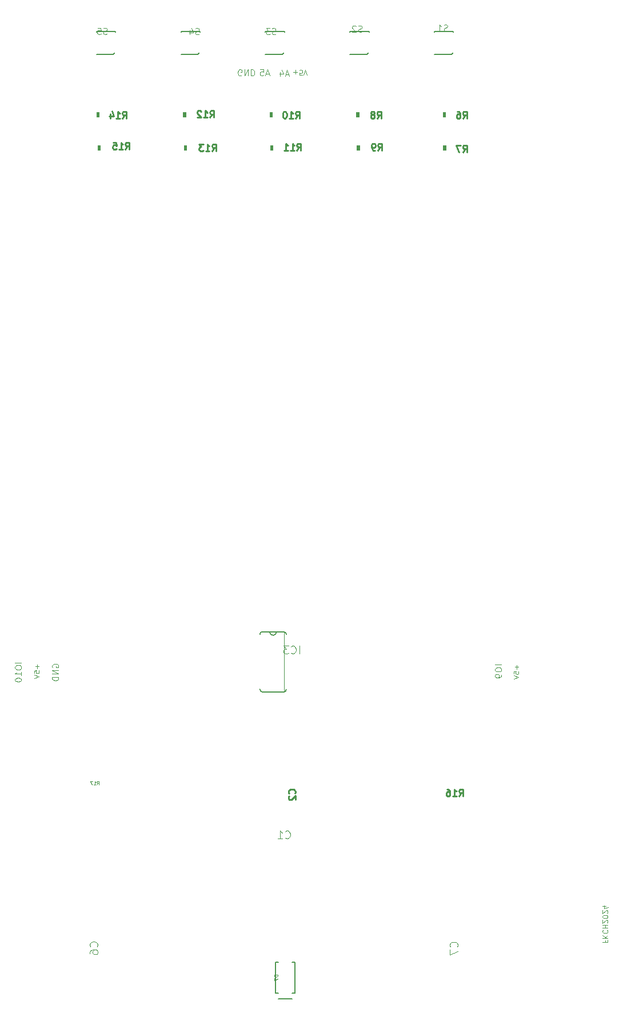
<source format=gbr>
%TF.GenerationSoftware,KiCad,Pcbnew,7.0.7*%
%TF.CreationDate,2024-02-07T22:59:59+08:00*%
%TF.ProjectId,lekirbotv2,6c656b69-7262-46f7-9476-322e6b696361,rev?*%
%TF.SameCoordinates,Original*%
%TF.FileFunction,Legend,Bot*%
%TF.FilePolarity,Positive*%
%FSLAX46Y46*%
G04 Gerber Fmt 4.6, Leading zero omitted, Abs format (unit mm)*
G04 Created by KiCad (PCBNEW 7.0.7) date 2024-02-07 22:59:59*
%MOMM*%
%LPD*%
G01*
G04 APERTURE LIST*
%ADD10C,0.081280*%
%ADD11C,0.065024*%
%ADD12C,0.097536*%
%ADD13C,0.121920*%
%ADD14C,0.250000*%
%ADD15C,0.093472*%
%ADD16C,0.116840*%
%ADD17C,0.114300*%
%ADD18C,0.203200*%
%ADD19C,0.050800*%
%ADD20C,0.152400*%
G04 APERTURE END LIST*
D10*
X55177581Y-131255276D02*
X54242861Y-131255276D01*
X54242861Y-131878423D02*
X54242861Y-132056465D01*
X54242861Y-132056465D02*
X54287371Y-132145486D01*
X54287371Y-132145486D02*
X54376392Y-132234507D01*
X54376392Y-132234507D02*
X54554434Y-132279017D01*
X54554434Y-132279017D02*
X54866008Y-132279017D01*
X54866008Y-132279017D02*
X55044050Y-132234507D01*
X55044050Y-132234507D02*
X55133071Y-132145486D01*
X55133071Y-132145486D02*
X55177581Y-132056465D01*
X55177581Y-132056465D02*
X55177581Y-131878423D01*
X55177581Y-131878423D02*
X55133071Y-131789402D01*
X55133071Y-131789402D02*
X55044050Y-131700381D01*
X55044050Y-131700381D02*
X54866008Y-131655870D01*
X54866008Y-131655870D02*
X54554434Y-131655870D01*
X54554434Y-131655870D02*
X54376392Y-131700381D01*
X54376392Y-131700381D02*
X54287371Y-131789402D01*
X54287371Y-131789402D02*
X54242861Y-131878423D01*
X55177581Y-133169226D02*
X55177581Y-132635100D01*
X55177581Y-132902163D02*
X54242861Y-132902163D01*
X54242861Y-132902163D02*
X54376392Y-132813142D01*
X54376392Y-132813142D02*
X54465413Y-132724121D01*
X54465413Y-132724121D02*
X54509924Y-132635100D01*
X54242861Y-133747863D02*
X54242861Y-133836884D01*
X54242861Y-133836884D02*
X54287371Y-133925905D01*
X54287371Y-133925905D02*
X54331882Y-133970415D01*
X54331882Y-133970415D02*
X54420903Y-134014926D01*
X54420903Y-134014926D02*
X54598945Y-134059436D01*
X54598945Y-134059436D02*
X54821497Y-134059436D01*
X54821497Y-134059436D02*
X54999539Y-134014926D01*
X54999539Y-134014926D02*
X55088560Y-133970415D01*
X55088560Y-133970415D02*
X55133071Y-133925905D01*
X55133071Y-133925905D02*
X55177581Y-133836884D01*
X55177581Y-133836884D02*
X55177581Y-133747863D01*
X55177581Y-133747863D02*
X55133071Y-133658842D01*
X55133071Y-133658842D02*
X55088560Y-133614331D01*
X55088560Y-133614331D02*
X54999539Y-133569821D01*
X54999539Y-133569821D02*
X54821497Y-133525310D01*
X54821497Y-133525310D02*
X54598945Y-133525310D01*
X54598945Y-133525310D02*
X54420903Y-133569821D01*
X54420903Y-133569821D02*
X54331882Y-133614331D01*
X54331882Y-133614331D02*
X54287371Y-133658842D01*
X54287371Y-133658842D02*
X54242861Y-133747863D01*
X67840885Y-38240471D02*
X67707353Y-38284981D01*
X67707353Y-38284981D02*
X67484801Y-38284981D01*
X67484801Y-38284981D02*
X67395780Y-38240471D01*
X67395780Y-38240471D02*
X67351269Y-38195960D01*
X67351269Y-38195960D02*
X67306759Y-38106939D01*
X67306759Y-38106939D02*
X67306759Y-38017918D01*
X67306759Y-38017918D02*
X67351269Y-37928897D01*
X67351269Y-37928897D02*
X67395780Y-37884387D01*
X67395780Y-37884387D02*
X67484801Y-37839876D01*
X67484801Y-37839876D02*
X67662843Y-37795366D01*
X67662843Y-37795366D02*
X67751864Y-37750855D01*
X67751864Y-37750855D02*
X67796374Y-37706345D01*
X67796374Y-37706345D02*
X67840885Y-37617324D01*
X67840885Y-37617324D02*
X67840885Y-37528303D01*
X67840885Y-37528303D02*
X67796374Y-37439282D01*
X67796374Y-37439282D02*
X67751864Y-37394771D01*
X67751864Y-37394771D02*
X67662843Y-37350261D01*
X67662843Y-37350261D02*
X67440290Y-37350261D01*
X67440290Y-37350261D02*
X67306759Y-37394771D01*
X66461059Y-37350261D02*
X66906164Y-37350261D01*
X66906164Y-37350261D02*
X66950675Y-37795366D01*
X66950675Y-37795366D02*
X66906164Y-37750855D01*
X66906164Y-37750855D02*
X66817143Y-37706345D01*
X66817143Y-37706345D02*
X66594591Y-37706345D01*
X66594591Y-37706345D02*
X66505570Y-37750855D01*
X66505570Y-37750855D02*
X66461059Y-37795366D01*
X66461059Y-37795366D02*
X66416549Y-37884387D01*
X66416549Y-37884387D02*
X66416549Y-38106939D01*
X66416549Y-38106939D02*
X66461059Y-38195960D01*
X66461059Y-38195960D02*
X66505570Y-38240471D01*
X66505570Y-38240471D02*
X66594591Y-38284981D01*
X66594591Y-38284981D02*
X66817143Y-38284981D01*
X66817143Y-38284981D02*
X66906164Y-38240471D01*
X66906164Y-38240471D02*
X66950675Y-38195960D01*
X87761040Y-44390828D02*
X87672019Y-44435338D01*
X87672019Y-44435338D02*
X87538488Y-44435338D01*
X87538488Y-44435338D02*
X87404956Y-44390828D01*
X87404956Y-44390828D02*
X87315935Y-44301807D01*
X87315935Y-44301807D02*
X87271425Y-44212786D01*
X87271425Y-44212786D02*
X87226914Y-44034744D01*
X87226914Y-44034744D02*
X87226914Y-43901212D01*
X87226914Y-43901212D02*
X87271425Y-43723170D01*
X87271425Y-43723170D02*
X87315935Y-43634149D01*
X87315935Y-43634149D02*
X87404956Y-43545129D01*
X87404956Y-43545129D02*
X87538488Y-43500618D01*
X87538488Y-43500618D02*
X87627509Y-43500618D01*
X87627509Y-43500618D02*
X87761040Y-43545129D01*
X87761040Y-43545129D02*
X87805551Y-43589639D01*
X87805551Y-43589639D02*
X87805551Y-43901212D01*
X87805551Y-43901212D02*
X87627509Y-43901212D01*
X88206145Y-43500618D02*
X88206145Y-44435338D01*
X88206145Y-44435338D02*
X88740271Y-43500618D01*
X88740271Y-43500618D02*
X88740271Y-44435338D01*
X89185375Y-43500618D02*
X89185375Y-44435338D01*
X89185375Y-44435338D02*
X89407927Y-44435338D01*
X89407927Y-44435338D02*
X89541459Y-44390828D01*
X89541459Y-44390828D02*
X89630480Y-44301807D01*
X89630480Y-44301807D02*
X89674990Y-44212786D01*
X89674990Y-44212786D02*
X89719501Y-44034744D01*
X89719501Y-44034744D02*
X89719501Y-43901212D01*
X89719501Y-43901212D02*
X89674990Y-43723170D01*
X89674990Y-43723170D02*
X89630480Y-43634149D01*
X89630480Y-43634149D02*
X89541459Y-43545129D01*
X89541459Y-43545129D02*
X89407927Y-43500618D01*
X89407927Y-43500618D02*
X89185375Y-43500618D01*
X81479728Y-38316671D02*
X81346196Y-38361181D01*
X81346196Y-38361181D02*
X81123644Y-38361181D01*
X81123644Y-38361181D02*
X81034623Y-38316671D01*
X81034623Y-38316671D02*
X80990112Y-38272160D01*
X80990112Y-38272160D02*
X80945602Y-38183139D01*
X80945602Y-38183139D02*
X80945602Y-38094118D01*
X80945602Y-38094118D02*
X80990112Y-38005097D01*
X80990112Y-38005097D02*
X81034623Y-37960587D01*
X81034623Y-37960587D02*
X81123644Y-37916076D01*
X81123644Y-37916076D02*
X81301686Y-37871566D01*
X81301686Y-37871566D02*
X81390707Y-37827055D01*
X81390707Y-37827055D02*
X81435217Y-37782545D01*
X81435217Y-37782545D02*
X81479728Y-37693524D01*
X81479728Y-37693524D02*
X81479728Y-37604503D01*
X81479728Y-37604503D02*
X81435217Y-37515482D01*
X81435217Y-37515482D02*
X81390707Y-37470971D01*
X81390707Y-37470971D02*
X81301686Y-37426461D01*
X81301686Y-37426461D02*
X81079133Y-37426461D01*
X81079133Y-37426461D02*
X80945602Y-37470971D01*
X80144413Y-37738034D02*
X80144413Y-38361181D01*
X80366965Y-37381951D02*
X80589518Y-38049608D01*
X80589518Y-38049608D02*
X80010881Y-38049608D01*
X118285285Y-37783271D02*
X118151753Y-37827781D01*
X118151753Y-37827781D02*
X117929201Y-37827781D01*
X117929201Y-37827781D02*
X117840180Y-37783271D01*
X117840180Y-37783271D02*
X117795669Y-37738760D01*
X117795669Y-37738760D02*
X117751159Y-37649739D01*
X117751159Y-37649739D02*
X117751159Y-37560718D01*
X117751159Y-37560718D02*
X117795669Y-37471697D01*
X117795669Y-37471697D02*
X117840180Y-37427187D01*
X117840180Y-37427187D02*
X117929201Y-37382676D01*
X117929201Y-37382676D02*
X118107243Y-37338166D01*
X118107243Y-37338166D02*
X118196264Y-37293655D01*
X118196264Y-37293655D02*
X118240774Y-37249145D01*
X118240774Y-37249145D02*
X118285285Y-37160124D01*
X118285285Y-37160124D02*
X118285285Y-37071103D01*
X118285285Y-37071103D02*
X118240774Y-36982082D01*
X118240774Y-36982082D02*
X118196264Y-36937571D01*
X118196264Y-36937571D02*
X118107243Y-36893061D01*
X118107243Y-36893061D02*
X117884690Y-36893061D01*
X117884690Y-36893061D02*
X117751159Y-36937571D01*
X116860949Y-37827781D02*
X117395075Y-37827781D01*
X117128012Y-37827781D02*
X117128012Y-36893061D01*
X117128012Y-36893061D02*
X117217033Y-37026592D01*
X117217033Y-37026592D02*
X117306054Y-37115613D01*
X117306054Y-37115613D02*
X117395075Y-37160124D01*
D11*
X141673889Y-172388218D02*
X141673889Y-172637477D01*
X141282197Y-172637477D02*
X142029973Y-172637477D01*
X142029973Y-172637477D02*
X142029973Y-172281393D01*
X141282197Y-171996526D02*
X142029973Y-171996526D01*
X141282197Y-171569225D02*
X141709498Y-171889700D01*
X142029973Y-171569225D02*
X141602673Y-171996526D01*
X141353414Y-170821449D02*
X141317806Y-170857057D01*
X141317806Y-170857057D02*
X141282197Y-170963883D01*
X141282197Y-170963883D02*
X141282197Y-171035099D01*
X141282197Y-171035099D02*
X141317806Y-171141924D01*
X141317806Y-171141924D02*
X141389022Y-171213141D01*
X141389022Y-171213141D02*
X141460239Y-171248750D01*
X141460239Y-171248750D02*
X141602673Y-171284358D01*
X141602673Y-171284358D02*
X141709498Y-171284358D01*
X141709498Y-171284358D02*
X141851931Y-171248750D01*
X141851931Y-171248750D02*
X141923148Y-171213141D01*
X141923148Y-171213141D02*
X141994365Y-171141924D01*
X141994365Y-171141924D02*
X142029973Y-171035099D01*
X142029973Y-171035099D02*
X142029973Y-170963883D01*
X142029973Y-170963883D02*
X141994365Y-170857057D01*
X141994365Y-170857057D02*
X141958756Y-170821449D01*
X141282197Y-170500974D02*
X142029973Y-170500974D01*
X141673889Y-170500974D02*
X141673889Y-170073673D01*
X141282197Y-170073673D02*
X142029973Y-170073673D01*
X141958756Y-169753198D02*
X141994365Y-169717590D01*
X141994365Y-169717590D02*
X142029973Y-169646373D01*
X142029973Y-169646373D02*
X142029973Y-169468331D01*
X142029973Y-169468331D02*
X141994365Y-169397114D01*
X141994365Y-169397114D02*
X141958756Y-169361506D01*
X141958756Y-169361506D02*
X141887540Y-169325897D01*
X141887540Y-169325897D02*
X141816323Y-169325897D01*
X141816323Y-169325897D02*
X141709498Y-169361506D01*
X141709498Y-169361506D02*
X141282197Y-169788806D01*
X141282197Y-169788806D02*
X141282197Y-169325897D01*
X142029973Y-168862988D02*
X142029973Y-168791771D01*
X142029973Y-168791771D02*
X141994365Y-168720555D01*
X141994365Y-168720555D02*
X141958756Y-168684946D01*
X141958756Y-168684946D02*
X141887540Y-168649338D01*
X141887540Y-168649338D02*
X141745106Y-168613729D01*
X141745106Y-168613729D02*
X141567064Y-168613729D01*
X141567064Y-168613729D02*
X141424631Y-168649338D01*
X141424631Y-168649338D02*
X141353414Y-168684946D01*
X141353414Y-168684946D02*
X141317806Y-168720555D01*
X141317806Y-168720555D02*
X141282197Y-168791771D01*
X141282197Y-168791771D02*
X141282197Y-168862988D01*
X141282197Y-168862988D02*
X141317806Y-168934205D01*
X141317806Y-168934205D02*
X141353414Y-168969813D01*
X141353414Y-168969813D02*
X141424631Y-169005422D01*
X141424631Y-169005422D02*
X141567064Y-169041030D01*
X141567064Y-169041030D02*
X141745106Y-169041030D01*
X141745106Y-169041030D02*
X141887540Y-169005422D01*
X141887540Y-169005422D02*
X141958756Y-168969813D01*
X141958756Y-168969813D02*
X141994365Y-168934205D01*
X141994365Y-168934205D02*
X142029973Y-168862988D01*
X141958756Y-168328862D02*
X141994365Y-168293254D01*
X141994365Y-168293254D02*
X142029973Y-168222037D01*
X142029973Y-168222037D02*
X142029973Y-168043995D01*
X142029973Y-168043995D02*
X141994365Y-167972778D01*
X141994365Y-167972778D02*
X141958756Y-167937170D01*
X141958756Y-167937170D02*
X141887540Y-167901561D01*
X141887540Y-167901561D02*
X141816323Y-167901561D01*
X141816323Y-167901561D02*
X141709498Y-167937170D01*
X141709498Y-167937170D02*
X141282197Y-168364470D01*
X141282197Y-168364470D02*
X141282197Y-167901561D01*
X141780714Y-167260610D02*
X141282197Y-167260610D01*
X142065582Y-167438652D02*
X141531456Y-167616694D01*
X141531456Y-167616694D02*
X141531456Y-167153785D01*
X128551038Y-131631870D02*
X128551038Y-132201605D01*
X128835905Y-131916737D02*
X128266171Y-131916737D01*
X128088129Y-132913772D02*
X128088129Y-132557688D01*
X128088129Y-132557688D02*
X128444213Y-132522080D01*
X128444213Y-132522080D02*
X128408604Y-132557688D01*
X128408604Y-132557688D02*
X128372996Y-132628905D01*
X128372996Y-132628905D02*
X128372996Y-132806947D01*
X128372996Y-132806947D02*
X128408604Y-132878164D01*
X128408604Y-132878164D02*
X128444213Y-132913772D01*
X128444213Y-132913772D02*
X128515429Y-132949381D01*
X128515429Y-132949381D02*
X128693471Y-132949381D01*
X128693471Y-132949381D02*
X128764688Y-132913772D01*
X128764688Y-132913772D02*
X128800297Y-132878164D01*
X128800297Y-132878164D02*
X128835905Y-132806947D01*
X128835905Y-132806947D02*
X128835905Y-132628905D01*
X128835905Y-132628905D02*
X128800297Y-132557688D01*
X128800297Y-132557688D02*
X128764688Y-132522080D01*
X128088129Y-133163031D02*
X128835905Y-133412290D01*
X128835905Y-133412290D02*
X128088129Y-133661549D01*
D10*
X94764885Y-44240918D02*
X94319780Y-44240918D01*
X94853906Y-44507981D02*
X94542332Y-43573261D01*
X94542332Y-43573261D02*
X94230759Y-44507981D01*
X93518591Y-43884834D02*
X93518591Y-44507981D01*
X93741143Y-43528751D02*
X93963696Y-44196408D01*
X93963696Y-44196408D02*
X93385059Y-44196408D01*
D11*
X95471219Y-43888761D02*
X96040954Y-43888761D01*
X95756086Y-43603894D02*
X95756086Y-44173628D01*
X96753121Y-44351670D02*
X96397037Y-44351670D01*
X96397037Y-44351670D02*
X96361429Y-43995586D01*
X96361429Y-43995586D02*
X96397037Y-44031195D01*
X96397037Y-44031195D02*
X96468254Y-44066803D01*
X96468254Y-44066803D02*
X96646296Y-44066803D01*
X96646296Y-44066803D02*
X96717513Y-44031195D01*
X96717513Y-44031195D02*
X96753121Y-43995586D01*
X96753121Y-43995586D02*
X96788730Y-43924370D01*
X96788730Y-43924370D02*
X96788730Y-43746328D01*
X96788730Y-43746328D02*
X96753121Y-43675111D01*
X96753121Y-43675111D02*
X96717513Y-43639503D01*
X96717513Y-43639503D02*
X96646296Y-43603894D01*
X96646296Y-43603894D02*
X96468254Y-43603894D01*
X96468254Y-43603894D02*
X96397037Y-43639503D01*
X96397037Y-43639503D02*
X96361429Y-43675111D01*
X97002380Y-44351670D02*
X97251639Y-43603894D01*
X97251639Y-43603894D02*
X97500898Y-44351670D01*
D10*
X59773771Y-131948091D02*
X59729261Y-131859070D01*
X59729261Y-131859070D02*
X59729261Y-131725539D01*
X59729261Y-131725539D02*
X59773771Y-131592007D01*
X59773771Y-131592007D02*
X59862792Y-131502986D01*
X59862792Y-131502986D02*
X59951813Y-131458476D01*
X59951813Y-131458476D02*
X60129855Y-131413965D01*
X60129855Y-131413965D02*
X60263387Y-131413965D01*
X60263387Y-131413965D02*
X60441429Y-131458476D01*
X60441429Y-131458476D02*
X60530450Y-131502986D01*
X60530450Y-131502986D02*
X60619471Y-131592007D01*
X60619471Y-131592007D02*
X60663981Y-131725539D01*
X60663981Y-131725539D02*
X60663981Y-131814560D01*
X60663981Y-131814560D02*
X60619471Y-131948091D01*
X60619471Y-131948091D02*
X60574960Y-131992602D01*
X60574960Y-131992602D02*
X60263387Y-131992602D01*
X60263387Y-131992602D02*
X60263387Y-131814560D01*
X60663981Y-132393196D02*
X59729261Y-132393196D01*
X59729261Y-132393196D02*
X60663981Y-132927322D01*
X60663981Y-132927322D02*
X59729261Y-132927322D01*
X60663981Y-133372426D02*
X59729261Y-133372426D01*
X59729261Y-133372426D02*
X59729261Y-133594978D01*
X59729261Y-133594978D02*
X59773771Y-133728510D01*
X59773771Y-133728510D02*
X59862792Y-133817531D01*
X59862792Y-133817531D02*
X59951813Y-133862041D01*
X59951813Y-133862041D02*
X60129855Y-133906552D01*
X60129855Y-133906552D02*
X60263387Y-133906552D01*
X60263387Y-133906552D02*
X60441429Y-133862041D01*
X60441429Y-133862041D02*
X60530450Y-133817531D01*
X60530450Y-133817531D02*
X60619471Y-133728510D01*
X60619471Y-133728510D02*
X60663981Y-133594978D01*
X60663981Y-133594978D02*
X60663981Y-133372426D01*
X91843885Y-44139318D02*
X91398780Y-44139318D01*
X91932906Y-44406381D02*
X91621332Y-43471661D01*
X91621332Y-43471661D02*
X91309759Y-44406381D01*
X90553080Y-43471661D02*
X90998185Y-43471661D01*
X90998185Y-43471661D02*
X91042696Y-43916766D01*
X91042696Y-43916766D02*
X90998185Y-43872255D01*
X90998185Y-43872255D02*
X90909164Y-43827745D01*
X90909164Y-43827745D02*
X90686612Y-43827745D01*
X90686612Y-43827745D02*
X90597591Y-43872255D01*
X90597591Y-43872255D02*
X90553080Y-43916766D01*
X90553080Y-43916766D02*
X90508570Y-44005787D01*
X90508570Y-44005787D02*
X90508570Y-44228339D01*
X90508570Y-44228339D02*
X90553080Y-44317360D01*
X90553080Y-44317360D02*
X90597591Y-44361871D01*
X90597591Y-44361871D02*
X90686612Y-44406381D01*
X90686612Y-44406381D02*
X90909164Y-44406381D01*
X90909164Y-44406381D02*
X90998185Y-44361871D01*
X90998185Y-44361871D02*
X91042696Y-44317360D01*
D11*
X57507238Y-131530270D02*
X57507238Y-132100005D01*
X57792105Y-131815137D02*
X57222371Y-131815137D01*
X57044329Y-132812172D02*
X57044329Y-132456088D01*
X57044329Y-132456088D02*
X57400413Y-132420480D01*
X57400413Y-132420480D02*
X57364804Y-132456088D01*
X57364804Y-132456088D02*
X57329196Y-132527305D01*
X57329196Y-132527305D02*
X57329196Y-132705347D01*
X57329196Y-132705347D02*
X57364804Y-132776564D01*
X57364804Y-132776564D02*
X57400413Y-132812172D01*
X57400413Y-132812172D02*
X57471629Y-132847781D01*
X57471629Y-132847781D02*
X57649671Y-132847781D01*
X57649671Y-132847781D02*
X57720888Y-132812172D01*
X57720888Y-132812172D02*
X57756497Y-132776564D01*
X57756497Y-132776564D02*
X57792105Y-132705347D01*
X57792105Y-132705347D02*
X57792105Y-132527305D01*
X57792105Y-132527305D02*
X57756497Y-132456088D01*
X57756497Y-132456088D02*
X57720888Y-132420480D01*
X57044329Y-133061431D02*
X57792105Y-133310690D01*
X57792105Y-133310690D02*
X57044329Y-133559949D01*
D10*
X92849043Y-38316671D02*
X92715511Y-38361181D01*
X92715511Y-38361181D02*
X92492959Y-38361181D01*
X92492959Y-38361181D02*
X92403938Y-38316671D01*
X92403938Y-38316671D02*
X92359427Y-38272160D01*
X92359427Y-38272160D02*
X92314917Y-38183139D01*
X92314917Y-38183139D02*
X92314917Y-38094118D01*
X92314917Y-38094118D02*
X92359427Y-38005097D01*
X92359427Y-38005097D02*
X92403938Y-37960587D01*
X92403938Y-37960587D02*
X92492959Y-37916076D01*
X92492959Y-37916076D02*
X92671001Y-37871566D01*
X92671001Y-37871566D02*
X92760022Y-37827055D01*
X92760022Y-37827055D02*
X92804532Y-37782545D01*
X92804532Y-37782545D02*
X92849043Y-37693524D01*
X92849043Y-37693524D02*
X92849043Y-37604503D01*
X92849043Y-37604503D02*
X92804532Y-37515482D01*
X92804532Y-37515482D02*
X92760022Y-37470971D01*
X92760022Y-37470971D02*
X92671001Y-37426461D01*
X92671001Y-37426461D02*
X92448448Y-37426461D01*
X92448448Y-37426461D02*
X92314917Y-37470971D01*
X92003343Y-37426461D02*
X91424707Y-37426461D01*
X91424707Y-37426461D02*
X91736280Y-37782545D01*
X91736280Y-37782545D02*
X91602749Y-37782545D01*
X91602749Y-37782545D02*
X91513728Y-37827055D01*
X91513728Y-37827055D02*
X91469217Y-37871566D01*
X91469217Y-37871566D02*
X91424707Y-37960587D01*
X91424707Y-37960587D02*
X91424707Y-38183139D01*
X91424707Y-38183139D02*
X91469217Y-38272160D01*
X91469217Y-38272160D02*
X91513728Y-38316671D01*
X91513728Y-38316671D02*
X91602749Y-38361181D01*
X91602749Y-38361181D02*
X91869812Y-38361181D01*
X91869812Y-38361181D02*
X91958833Y-38316671D01*
X91958833Y-38316671D02*
X92003343Y-38272160D01*
X105610685Y-37935671D02*
X105477153Y-37980181D01*
X105477153Y-37980181D02*
X105254601Y-37980181D01*
X105254601Y-37980181D02*
X105165580Y-37935671D01*
X105165580Y-37935671D02*
X105121069Y-37891160D01*
X105121069Y-37891160D02*
X105076559Y-37802139D01*
X105076559Y-37802139D02*
X105076559Y-37713118D01*
X105076559Y-37713118D02*
X105121069Y-37624097D01*
X105121069Y-37624097D02*
X105165580Y-37579587D01*
X105165580Y-37579587D02*
X105254601Y-37535076D01*
X105254601Y-37535076D02*
X105432643Y-37490566D01*
X105432643Y-37490566D02*
X105521664Y-37446055D01*
X105521664Y-37446055D02*
X105566174Y-37401545D01*
X105566174Y-37401545D02*
X105610685Y-37312524D01*
X105610685Y-37312524D02*
X105610685Y-37223503D01*
X105610685Y-37223503D02*
X105566174Y-37134482D01*
X105566174Y-37134482D02*
X105521664Y-37089971D01*
X105521664Y-37089971D02*
X105432643Y-37045461D01*
X105432643Y-37045461D02*
X105210090Y-37045461D01*
X105210090Y-37045461D02*
X105076559Y-37089971D01*
X104720475Y-37134482D02*
X104675964Y-37089971D01*
X104675964Y-37089971D02*
X104586943Y-37045461D01*
X104586943Y-37045461D02*
X104364391Y-37045461D01*
X104364391Y-37045461D02*
X104275370Y-37089971D01*
X104275370Y-37089971D02*
X104230859Y-37134482D01*
X104230859Y-37134482D02*
X104186349Y-37223503D01*
X104186349Y-37223503D02*
X104186349Y-37312524D01*
X104186349Y-37312524D02*
X104230859Y-37446055D01*
X104230859Y-37446055D02*
X104764985Y-37980181D01*
X104764985Y-37980181D02*
X104186349Y-37980181D01*
X126297581Y-131560076D02*
X125362861Y-131560076D01*
X125362861Y-132183223D02*
X125362861Y-132361265D01*
X125362861Y-132361265D02*
X125407371Y-132450286D01*
X125407371Y-132450286D02*
X125496392Y-132539307D01*
X125496392Y-132539307D02*
X125674434Y-132583817D01*
X125674434Y-132583817D02*
X125986008Y-132583817D01*
X125986008Y-132583817D02*
X126164050Y-132539307D01*
X126164050Y-132539307D02*
X126253071Y-132450286D01*
X126253071Y-132450286D02*
X126297581Y-132361265D01*
X126297581Y-132361265D02*
X126297581Y-132183223D01*
X126297581Y-132183223D02*
X126253071Y-132094202D01*
X126253071Y-132094202D02*
X126164050Y-132005181D01*
X126164050Y-132005181D02*
X125986008Y-131960670D01*
X125986008Y-131960670D02*
X125674434Y-131960670D01*
X125674434Y-131960670D02*
X125496392Y-132005181D01*
X125496392Y-132005181D02*
X125407371Y-132094202D01*
X125407371Y-132094202D02*
X125362861Y-132183223D01*
X126297581Y-133028921D02*
X126297581Y-133206963D01*
X126297581Y-133206963D02*
X126253071Y-133295984D01*
X126253071Y-133295984D02*
X126208560Y-133340495D01*
X126208560Y-133340495D02*
X126075029Y-133429516D01*
X126075029Y-133429516D02*
X125896987Y-133474026D01*
X125896987Y-133474026D02*
X125540903Y-133474026D01*
X125540903Y-133474026D02*
X125451882Y-133429516D01*
X125451882Y-133429516D02*
X125407371Y-133385005D01*
X125407371Y-133385005D02*
X125362861Y-133295984D01*
X125362861Y-133295984D02*
X125362861Y-133117942D01*
X125362861Y-133117942D02*
X125407371Y-133028921D01*
X125407371Y-133028921D02*
X125451882Y-132984411D01*
X125451882Y-132984411D02*
X125540903Y-132939900D01*
X125540903Y-132939900D02*
X125763455Y-132939900D01*
X125763455Y-132939900D02*
X125852476Y-132984411D01*
X125852476Y-132984411D02*
X125896987Y-133028921D01*
X125896987Y-133028921D02*
X125941497Y-133117942D01*
X125941497Y-133117942D02*
X125941497Y-133295984D01*
X125941497Y-133295984D02*
X125896987Y-133385005D01*
X125896987Y-133385005D02*
X125852476Y-133429516D01*
X125852476Y-133429516D02*
X125763455Y-133474026D01*
D12*
X93114776Y-177447099D02*
X92602712Y-177447099D01*
X92602712Y-177447099D02*
X92602712Y-177569019D01*
X92602712Y-177569019D02*
X92627096Y-177642171D01*
X92627096Y-177642171D02*
X92675864Y-177690939D01*
X92675864Y-177690939D02*
X92724632Y-177715323D01*
X92724632Y-177715323D02*
X92822168Y-177739707D01*
X92822168Y-177739707D02*
X92895320Y-177739707D01*
X92895320Y-177739707D02*
X92992856Y-177715323D01*
X92992856Y-177715323D02*
X93041624Y-177690939D01*
X93041624Y-177690939D02*
X93090392Y-177642171D01*
X93090392Y-177642171D02*
X93114776Y-177569019D01*
X93114776Y-177569019D02*
X93114776Y-177447099D01*
X92602712Y-177910395D02*
X92602712Y-178251771D01*
X92602712Y-178251771D02*
X93114776Y-178032315D01*
D13*
X66353908Y-149302828D02*
X66516468Y-149070600D01*
X66632582Y-149302828D02*
X66632582Y-148815148D01*
X66632582Y-148815148D02*
X66446799Y-148815148D01*
X66446799Y-148815148D02*
X66400354Y-148838371D01*
X66400354Y-148838371D02*
X66377131Y-148861594D01*
X66377131Y-148861594D02*
X66353908Y-148908040D01*
X66353908Y-148908040D02*
X66353908Y-148977708D01*
X66353908Y-148977708D02*
X66377131Y-149024154D01*
X66377131Y-149024154D02*
X66400354Y-149047377D01*
X66400354Y-149047377D02*
X66446799Y-149070600D01*
X66446799Y-149070600D02*
X66632582Y-149070600D01*
X65889451Y-149302828D02*
X66168125Y-149302828D01*
X66028788Y-149302828D02*
X66028788Y-148815148D01*
X66028788Y-148815148D02*
X66075234Y-148884817D01*
X66075234Y-148884817D02*
X66121679Y-148931263D01*
X66121679Y-148931263D02*
X66168125Y-148954486D01*
X65726891Y-148815148D02*
X65401771Y-148815148D01*
X65401771Y-148815148D02*
X65610777Y-149302828D01*
D14*
X83100403Y-50612619D02*
X83433736Y-50136428D01*
X83671831Y-50612619D02*
X83671831Y-49612619D01*
X83671831Y-49612619D02*
X83290879Y-49612619D01*
X83290879Y-49612619D02*
X83195641Y-49660238D01*
X83195641Y-49660238D02*
X83148022Y-49707857D01*
X83148022Y-49707857D02*
X83100403Y-49803095D01*
X83100403Y-49803095D02*
X83100403Y-49945952D01*
X83100403Y-49945952D02*
X83148022Y-50041190D01*
X83148022Y-50041190D02*
X83195641Y-50088809D01*
X83195641Y-50088809D02*
X83290879Y-50136428D01*
X83290879Y-50136428D02*
X83671831Y-50136428D01*
X82148022Y-50612619D02*
X82719450Y-50612619D01*
X82433736Y-50612619D02*
X82433736Y-49612619D01*
X82433736Y-49612619D02*
X82528974Y-49755476D01*
X82528974Y-49755476D02*
X82624212Y-49850714D01*
X82624212Y-49850714D02*
X82719450Y-49898333D01*
X81767069Y-49707857D02*
X81719450Y-49660238D01*
X81719450Y-49660238D02*
X81624212Y-49612619D01*
X81624212Y-49612619D02*
X81386117Y-49612619D01*
X81386117Y-49612619D02*
X81290879Y-49660238D01*
X81290879Y-49660238D02*
X81243260Y-49707857D01*
X81243260Y-49707857D02*
X81195641Y-49803095D01*
X81195641Y-49803095D02*
X81195641Y-49898333D01*
X81195641Y-49898333D02*
X81243260Y-50041190D01*
X81243260Y-50041190D02*
X81814688Y-50612619D01*
X81814688Y-50612619D02*
X81195641Y-50612619D01*
X95654780Y-150599184D02*
X95702400Y-150551565D01*
X95702400Y-150551565D02*
X95750019Y-150408708D01*
X95750019Y-150408708D02*
X95750019Y-150313470D01*
X95750019Y-150313470D02*
X95702400Y-150170613D01*
X95702400Y-150170613D02*
X95607161Y-150075375D01*
X95607161Y-150075375D02*
X95511923Y-150027756D01*
X95511923Y-150027756D02*
X95321447Y-149980137D01*
X95321447Y-149980137D02*
X95178590Y-149980137D01*
X95178590Y-149980137D02*
X94988114Y-150027756D01*
X94988114Y-150027756D02*
X94892876Y-150075375D01*
X94892876Y-150075375D02*
X94797638Y-150170613D01*
X94797638Y-150170613D02*
X94750019Y-150313470D01*
X94750019Y-150313470D02*
X94750019Y-150408708D01*
X94750019Y-150408708D02*
X94797638Y-150551565D01*
X94797638Y-150551565D02*
X94845257Y-150599184D01*
X94845257Y-150980137D02*
X94797638Y-151027756D01*
X94797638Y-151027756D02*
X94750019Y-151122994D01*
X94750019Y-151122994D02*
X94750019Y-151361089D01*
X94750019Y-151361089D02*
X94797638Y-151456327D01*
X94797638Y-151456327D02*
X94845257Y-151503946D01*
X94845257Y-151503946D02*
X94940495Y-151551565D01*
X94940495Y-151551565D02*
X95035733Y-151551565D01*
X95035733Y-151551565D02*
X95178590Y-151503946D01*
X95178590Y-151503946D02*
X95750019Y-150932518D01*
X95750019Y-150932518D02*
X95750019Y-151551565D01*
D15*
X66363304Y-173275872D02*
X66419330Y-173219847D01*
X66419330Y-173219847D02*
X66475355Y-173051771D01*
X66475355Y-173051771D02*
X66475355Y-172939721D01*
X66475355Y-172939721D02*
X66419330Y-172771646D01*
X66419330Y-172771646D02*
X66307279Y-172659595D01*
X66307279Y-172659595D02*
X66195229Y-172603570D01*
X66195229Y-172603570D02*
X65971128Y-172547545D01*
X65971128Y-172547545D02*
X65803053Y-172547545D01*
X65803053Y-172547545D02*
X65578952Y-172603570D01*
X65578952Y-172603570D02*
X65466902Y-172659595D01*
X65466902Y-172659595D02*
X65354852Y-172771646D01*
X65354852Y-172771646D02*
X65298827Y-172939721D01*
X65298827Y-172939721D02*
X65298827Y-173051771D01*
X65298827Y-173051771D02*
X65354852Y-173219847D01*
X65354852Y-173219847D02*
X65410877Y-173275872D01*
X65298827Y-174284325D02*
X65298827Y-174060224D01*
X65298827Y-174060224D02*
X65354852Y-173948174D01*
X65354852Y-173948174D02*
X65410877Y-173892149D01*
X65410877Y-173892149D02*
X65578952Y-173780098D01*
X65578952Y-173780098D02*
X65803053Y-173724073D01*
X65803053Y-173724073D02*
X66251254Y-173724073D01*
X66251254Y-173724073D02*
X66363304Y-173780098D01*
X66363304Y-173780098D02*
X66419330Y-173836123D01*
X66419330Y-173836123D02*
X66475355Y-173948174D01*
X66475355Y-173948174D02*
X66475355Y-174172274D01*
X66475355Y-174172274D02*
X66419330Y-174284325D01*
X66419330Y-174284325D02*
X66363304Y-174340350D01*
X66363304Y-174340350D02*
X66251254Y-174396375D01*
X66251254Y-174396375D02*
X65971128Y-174396375D01*
X65971128Y-174396375D02*
X65859078Y-174340350D01*
X65859078Y-174340350D02*
X65803053Y-174284325D01*
X65803053Y-174284325D02*
X65747028Y-174172274D01*
X65747028Y-174172274D02*
X65747028Y-173948174D01*
X65747028Y-173948174D02*
X65803053Y-173836123D01*
X65803053Y-173836123D02*
X65859078Y-173780098D01*
X65859078Y-173780098D02*
X65971128Y-173724073D01*
D14*
X119997857Y-150994619D02*
X120331190Y-150518428D01*
X120569285Y-150994619D02*
X120569285Y-149994619D01*
X120569285Y-149994619D02*
X120188333Y-149994619D01*
X120188333Y-149994619D02*
X120093095Y-150042238D01*
X120093095Y-150042238D02*
X120045476Y-150089857D01*
X120045476Y-150089857D02*
X119997857Y-150185095D01*
X119997857Y-150185095D02*
X119997857Y-150327952D01*
X119997857Y-150327952D02*
X120045476Y-150423190D01*
X120045476Y-150423190D02*
X120093095Y-150470809D01*
X120093095Y-150470809D02*
X120188333Y-150518428D01*
X120188333Y-150518428D02*
X120569285Y-150518428D01*
X119045476Y-150994619D02*
X119616904Y-150994619D01*
X119331190Y-150994619D02*
X119331190Y-149994619D01*
X119331190Y-149994619D02*
X119426428Y-150137476D01*
X119426428Y-150137476D02*
X119521666Y-150232714D01*
X119521666Y-150232714D02*
X119616904Y-150280333D01*
X118188333Y-149994619D02*
X118378809Y-149994619D01*
X118378809Y-149994619D02*
X118474047Y-150042238D01*
X118474047Y-150042238D02*
X118521666Y-150089857D01*
X118521666Y-150089857D02*
X118616904Y-150232714D01*
X118616904Y-150232714D02*
X118664523Y-150423190D01*
X118664523Y-150423190D02*
X118664523Y-150804142D01*
X118664523Y-150804142D02*
X118616904Y-150899380D01*
X118616904Y-150899380D02*
X118569285Y-150947000D01*
X118569285Y-150947000D02*
X118474047Y-150994619D01*
X118474047Y-150994619D02*
X118283571Y-150994619D01*
X118283571Y-150994619D02*
X118188333Y-150947000D01*
X118188333Y-150947000D02*
X118140714Y-150899380D01*
X118140714Y-150899380D02*
X118093095Y-150804142D01*
X118093095Y-150804142D02*
X118093095Y-150566047D01*
X118093095Y-150566047D02*
X118140714Y-150470809D01*
X118140714Y-150470809D02*
X118188333Y-150423190D01*
X118188333Y-150423190D02*
X118283571Y-150375571D01*
X118283571Y-150375571D02*
X118474047Y-150375571D01*
X118474047Y-150375571D02*
X118569285Y-150423190D01*
X118569285Y-150423190D02*
X118616904Y-150470809D01*
X118616904Y-150470809D02*
X118664523Y-150566047D01*
X83413111Y-55565619D02*
X83746444Y-55089428D01*
X83984539Y-55565619D02*
X83984539Y-54565619D01*
X83984539Y-54565619D02*
X83603587Y-54565619D01*
X83603587Y-54565619D02*
X83508349Y-54613238D01*
X83508349Y-54613238D02*
X83460730Y-54660857D01*
X83460730Y-54660857D02*
X83413111Y-54756095D01*
X83413111Y-54756095D02*
X83413111Y-54898952D01*
X83413111Y-54898952D02*
X83460730Y-54994190D01*
X83460730Y-54994190D02*
X83508349Y-55041809D01*
X83508349Y-55041809D02*
X83603587Y-55089428D01*
X83603587Y-55089428D02*
X83984539Y-55089428D01*
X82460730Y-55565619D02*
X83032158Y-55565619D01*
X82746444Y-55565619D02*
X82746444Y-54565619D01*
X82746444Y-54565619D02*
X82841682Y-54708476D01*
X82841682Y-54708476D02*
X82936920Y-54803714D01*
X82936920Y-54803714D02*
X83032158Y-54851333D01*
X82127396Y-54565619D02*
X81508349Y-54565619D01*
X81508349Y-54565619D02*
X81841682Y-54946571D01*
X81841682Y-54946571D02*
X81698825Y-54946571D01*
X81698825Y-54946571D02*
X81603587Y-54994190D01*
X81603587Y-54994190D02*
X81555968Y-55041809D01*
X81555968Y-55041809D02*
X81508349Y-55137047D01*
X81508349Y-55137047D02*
X81508349Y-55375142D01*
X81508349Y-55375142D02*
X81555968Y-55470380D01*
X81555968Y-55470380D02*
X81603587Y-55518000D01*
X81603587Y-55518000D02*
X81698825Y-55565619D01*
X81698825Y-55565619D02*
X81984539Y-55565619D01*
X81984539Y-55565619D02*
X82079777Y-55518000D01*
X82079777Y-55518000D02*
X82127396Y-55470380D01*
D16*
X94282965Y-157166622D02*
X94337877Y-157221535D01*
X94337877Y-157221535D02*
X94502615Y-157276447D01*
X94502615Y-157276447D02*
X94612439Y-157276447D01*
X94612439Y-157276447D02*
X94777176Y-157221535D01*
X94777176Y-157221535D02*
X94887001Y-157111710D01*
X94887001Y-157111710D02*
X94941914Y-157001885D01*
X94941914Y-157001885D02*
X94996826Y-156782235D01*
X94996826Y-156782235D02*
X94996826Y-156617498D01*
X94996826Y-156617498D02*
X94941914Y-156397849D01*
X94941914Y-156397849D02*
X94887001Y-156288024D01*
X94887001Y-156288024D02*
X94777176Y-156178199D01*
X94777176Y-156178199D02*
X94612439Y-156123287D01*
X94612439Y-156123287D02*
X94502615Y-156123287D01*
X94502615Y-156123287D02*
X94337877Y-156178199D01*
X94337877Y-156178199D02*
X94282965Y-156233112D01*
X93184717Y-157276447D02*
X93843666Y-157276447D01*
X93514192Y-157276447D02*
X93514192Y-156123287D01*
X93514192Y-156123287D02*
X93624016Y-156288024D01*
X93624016Y-156288024D02*
X93733841Y-156397849D01*
X93733841Y-156397849D02*
X93843666Y-156452761D01*
D14*
X95986111Y-55465619D02*
X96319444Y-54989428D01*
X96557539Y-55465619D02*
X96557539Y-54465619D01*
X96557539Y-54465619D02*
X96176587Y-54465619D01*
X96176587Y-54465619D02*
X96081349Y-54513238D01*
X96081349Y-54513238D02*
X96033730Y-54560857D01*
X96033730Y-54560857D02*
X95986111Y-54656095D01*
X95986111Y-54656095D02*
X95986111Y-54798952D01*
X95986111Y-54798952D02*
X96033730Y-54894190D01*
X96033730Y-54894190D02*
X96081349Y-54941809D01*
X96081349Y-54941809D02*
X96176587Y-54989428D01*
X96176587Y-54989428D02*
X96557539Y-54989428D01*
X95033730Y-55465619D02*
X95605158Y-55465619D01*
X95319444Y-55465619D02*
X95319444Y-54465619D01*
X95319444Y-54465619D02*
X95414682Y-54608476D01*
X95414682Y-54608476D02*
X95509920Y-54703714D01*
X95509920Y-54703714D02*
X95605158Y-54751333D01*
X94081349Y-55465619D02*
X94652777Y-55465619D01*
X94367063Y-55465619D02*
X94367063Y-54465619D01*
X94367063Y-54465619D02*
X94462301Y-54608476D01*
X94462301Y-54608476D02*
X94557539Y-54703714D01*
X94557539Y-54703714D02*
X94652777Y-54751333D01*
D17*
X96333130Y-129931789D02*
X96333130Y-128776089D01*
X95122397Y-129821722D02*
X95177430Y-129876756D01*
X95177430Y-129876756D02*
X95342530Y-129931789D01*
X95342530Y-129931789D02*
X95452597Y-129931789D01*
X95452597Y-129931789D02*
X95617697Y-129876756D01*
X95617697Y-129876756D02*
X95727764Y-129766689D01*
X95727764Y-129766689D02*
X95782797Y-129656622D01*
X95782797Y-129656622D02*
X95837830Y-129436489D01*
X95837830Y-129436489D02*
X95837830Y-129271389D01*
X95837830Y-129271389D02*
X95782797Y-129051256D01*
X95782797Y-129051256D02*
X95727764Y-128941189D01*
X95727764Y-128941189D02*
X95617697Y-128831122D01*
X95617697Y-128831122D02*
X95452597Y-128776089D01*
X95452597Y-128776089D02*
X95342530Y-128776089D01*
X95342530Y-128776089D02*
X95177430Y-128831122D01*
X95177430Y-128831122D02*
X95122397Y-128886156D01*
X94737164Y-128776089D02*
X94021730Y-128776089D01*
X94021730Y-128776089D02*
X94406964Y-129216356D01*
X94406964Y-129216356D02*
X94241864Y-129216356D01*
X94241864Y-129216356D02*
X94131797Y-129271389D01*
X94131797Y-129271389D02*
X94076764Y-129326422D01*
X94076764Y-129326422D02*
X94021730Y-129436489D01*
X94021730Y-129436489D02*
X94021730Y-129711656D01*
X94021730Y-129711656D02*
X94076764Y-129821722D01*
X94076764Y-129821722D02*
X94131797Y-129876756D01*
X94131797Y-129876756D02*
X94241864Y-129931789D01*
X94241864Y-129931789D02*
X94572064Y-129931789D01*
X94572064Y-129931789D02*
X94682130Y-129876756D01*
X94682130Y-129876756D02*
X94737164Y-129821722D01*
D14*
X70586111Y-55311619D02*
X70919444Y-54835428D01*
X71157539Y-55311619D02*
X71157539Y-54311619D01*
X71157539Y-54311619D02*
X70776587Y-54311619D01*
X70776587Y-54311619D02*
X70681349Y-54359238D01*
X70681349Y-54359238D02*
X70633730Y-54406857D01*
X70633730Y-54406857D02*
X70586111Y-54502095D01*
X70586111Y-54502095D02*
X70586111Y-54644952D01*
X70586111Y-54644952D02*
X70633730Y-54740190D01*
X70633730Y-54740190D02*
X70681349Y-54787809D01*
X70681349Y-54787809D02*
X70776587Y-54835428D01*
X70776587Y-54835428D02*
X71157539Y-54835428D01*
X69633730Y-55311619D02*
X70205158Y-55311619D01*
X69919444Y-55311619D02*
X69919444Y-54311619D01*
X69919444Y-54311619D02*
X70014682Y-54454476D01*
X70014682Y-54454476D02*
X70109920Y-54549714D01*
X70109920Y-54549714D02*
X70205158Y-54597333D01*
X68728968Y-54311619D02*
X69205158Y-54311619D01*
X69205158Y-54311619D02*
X69252777Y-54787809D01*
X69252777Y-54787809D02*
X69205158Y-54740190D01*
X69205158Y-54740190D02*
X69109920Y-54692571D01*
X69109920Y-54692571D02*
X68871825Y-54692571D01*
X68871825Y-54692571D02*
X68776587Y-54740190D01*
X68776587Y-54740190D02*
X68728968Y-54787809D01*
X68728968Y-54787809D02*
X68681349Y-54883047D01*
X68681349Y-54883047D02*
X68681349Y-55121142D01*
X68681349Y-55121142D02*
X68728968Y-55216380D01*
X68728968Y-55216380D02*
X68776587Y-55264000D01*
X68776587Y-55264000D02*
X68871825Y-55311619D01*
X68871825Y-55311619D02*
X69109920Y-55311619D01*
X69109920Y-55311619D02*
X69205158Y-55264000D01*
X69205158Y-55264000D02*
X69252777Y-55216380D01*
X95800403Y-50739619D02*
X96133736Y-50263428D01*
X96371831Y-50739619D02*
X96371831Y-49739619D01*
X96371831Y-49739619D02*
X95990879Y-49739619D01*
X95990879Y-49739619D02*
X95895641Y-49787238D01*
X95895641Y-49787238D02*
X95848022Y-49834857D01*
X95848022Y-49834857D02*
X95800403Y-49930095D01*
X95800403Y-49930095D02*
X95800403Y-50072952D01*
X95800403Y-50072952D02*
X95848022Y-50168190D01*
X95848022Y-50168190D02*
X95895641Y-50215809D01*
X95895641Y-50215809D02*
X95990879Y-50263428D01*
X95990879Y-50263428D02*
X96371831Y-50263428D01*
X94848022Y-50739619D02*
X95419450Y-50739619D01*
X95133736Y-50739619D02*
X95133736Y-49739619D01*
X95133736Y-49739619D02*
X95228974Y-49882476D01*
X95228974Y-49882476D02*
X95324212Y-49977714D01*
X95324212Y-49977714D02*
X95419450Y-50025333D01*
X94228974Y-49739619D02*
X94133736Y-49739619D01*
X94133736Y-49739619D02*
X94038498Y-49787238D01*
X94038498Y-49787238D02*
X93990879Y-49834857D01*
X93990879Y-49834857D02*
X93943260Y-49930095D01*
X93943260Y-49930095D02*
X93895641Y-50120571D01*
X93895641Y-50120571D02*
X93895641Y-50358666D01*
X93895641Y-50358666D02*
X93943260Y-50549142D01*
X93943260Y-50549142D02*
X93990879Y-50644380D01*
X93990879Y-50644380D02*
X94038498Y-50692000D01*
X94038498Y-50692000D02*
X94133736Y-50739619D01*
X94133736Y-50739619D02*
X94228974Y-50739619D01*
X94228974Y-50739619D02*
X94324212Y-50692000D01*
X94324212Y-50692000D02*
X94371831Y-50644380D01*
X94371831Y-50644380D02*
X94419450Y-50549142D01*
X94419450Y-50549142D02*
X94467069Y-50358666D01*
X94467069Y-50358666D02*
X94467069Y-50120571D01*
X94467069Y-50120571D02*
X94419450Y-49930095D01*
X94419450Y-49930095D02*
X94371831Y-49834857D01*
X94371831Y-49834857D02*
X94324212Y-49787238D01*
X94324212Y-49787238D02*
X94228974Y-49739619D01*
D15*
X119703304Y-173301272D02*
X119759330Y-173245247D01*
X119759330Y-173245247D02*
X119815355Y-173077171D01*
X119815355Y-173077171D02*
X119815355Y-172965121D01*
X119815355Y-172965121D02*
X119759330Y-172797046D01*
X119759330Y-172797046D02*
X119647279Y-172684995D01*
X119647279Y-172684995D02*
X119535229Y-172628970D01*
X119535229Y-172628970D02*
X119311128Y-172572945D01*
X119311128Y-172572945D02*
X119143053Y-172572945D01*
X119143053Y-172572945D02*
X118918952Y-172628970D01*
X118918952Y-172628970D02*
X118806902Y-172684995D01*
X118806902Y-172684995D02*
X118694852Y-172797046D01*
X118694852Y-172797046D02*
X118638827Y-172965121D01*
X118638827Y-172965121D02*
X118638827Y-173077171D01*
X118638827Y-173077171D02*
X118694852Y-173245247D01*
X118694852Y-173245247D02*
X118750877Y-173301272D01*
X118638827Y-173693448D02*
X118638827Y-174477800D01*
X118638827Y-174477800D02*
X119815355Y-173973574D01*
D14*
X120565403Y-55719619D02*
X120898736Y-55243428D01*
X121136831Y-55719619D02*
X121136831Y-54719619D01*
X121136831Y-54719619D02*
X120755879Y-54719619D01*
X120755879Y-54719619D02*
X120660641Y-54767238D01*
X120660641Y-54767238D02*
X120613022Y-54814857D01*
X120613022Y-54814857D02*
X120565403Y-54910095D01*
X120565403Y-54910095D02*
X120565403Y-55052952D01*
X120565403Y-55052952D02*
X120613022Y-55148190D01*
X120613022Y-55148190D02*
X120660641Y-55195809D01*
X120660641Y-55195809D02*
X120755879Y-55243428D01*
X120755879Y-55243428D02*
X121136831Y-55243428D01*
X120232069Y-54719619D02*
X119565403Y-54719619D01*
X119565403Y-54719619D02*
X119993974Y-55719619D01*
X70146403Y-50739619D02*
X70479736Y-50263428D01*
X70717831Y-50739619D02*
X70717831Y-49739619D01*
X70717831Y-49739619D02*
X70336879Y-49739619D01*
X70336879Y-49739619D02*
X70241641Y-49787238D01*
X70241641Y-49787238D02*
X70194022Y-49834857D01*
X70194022Y-49834857D02*
X70146403Y-49930095D01*
X70146403Y-49930095D02*
X70146403Y-50072952D01*
X70146403Y-50072952D02*
X70194022Y-50168190D01*
X70194022Y-50168190D02*
X70241641Y-50215809D01*
X70241641Y-50215809D02*
X70336879Y-50263428D01*
X70336879Y-50263428D02*
X70717831Y-50263428D01*
X69194022Y-50739619D02*
X69765450Y-50739619D01*
X69479736Y-50739619D02*
X69479736Y-49739619D01*
X69479736Y-49739619D02*
X69574974Y-49882476D01*
X69574974Y-49882476D02*
X69670212Y-49977714D01*
X69670212Y-49977714D02*
X69765450Y-50025333D01*
X68336879Y-50072952D02*
X68336879Y-50739619D01*
X68574974Y-49692000D02*
X68813069Y-50406285D01*
X68813069Y-50406285D02*
X68194022Y-50406285D01*
X107987730Y-55465619D02*
X108321063Y-54989428D01*
X108559158Y-55465619D02*
X108559158Y-54465619D01*
X108559158Y-54465619D02*
X108178206Y-54465619D01*
X108178206Y-54465619D02*
X108082968Y-54513238D01*
X108082968Y-54513238D02*
X108035349Y-54560857D01*
X108035349Y-54560857D02*
X107987730Y-54656095D01*
X107987730Y-54656095D02*
X107987730Y-54798952D01*
X107987730Y-54798952D02*
X108035349Y-54894190D01*
X108035349Y-54894190D02*
X108082968Y-54941809D01*
X108082968Y-54941809D02*
X108178206Y-54989428D01*
X108178206Y-54989428D02*
X108559158Y-54989428D01*
X107511539Y-55465619D02*
X107321063Y-55465619D01*
X107321063Y-55465619D02*
X107225825Y-55418000D01*
X107225825Y-55418000D02*
X107178206Y-55370380D01*
X107178206Y-55370380D02*
X107082968Y-55227523D01*
X107082968Y-55227523D02*
X107035349Y-55037047D01*
X107035349Y-55037047D02*
X107035349Y-54656095D01*
X107035349Y-54656095D02*
X107082968Y-54560857D01*
X107082968Y-54560857D02*
X107130587Y-54513238D01*
X107130587Y-54513238D02*
X107225825Y-54465619D01*
X107225825Y-54465619D02*
X107416301Y-54465619D01*
X107416301Y-54465619D02*
X107511539Y-54513238D01*
X107511539Y-54513238D02*
X107559158Y-54560857D01*
X107559158Y-54560857D02*
X107606777Y-54656095D01*
X107606777Y-54656095D02*
X107606777Y-54894190D01*
X107606777Y-54894190D02*
X107559158Y-54989428D01*
X107559158Y-54989428D02*
X107511539Y-55037047D01*
X107511539Y-55037047D02*
X107416301Y-55084666D01*
X107416301Y-55084666D02*
X107225825Y-55084666D01*
X107225825Y-55084666D02*
X107130587Y-55037047D01*
X107130587Y-55037047D02*
X107082968Y-54989428D01*
X107082968Y-54989428D02*
X107035349Y-54894190D01*
X107865403Y-50739619D02*
X108198736Y-50263428D01*
X108436831Y-50739619D02*
X108436831Y-49739619D01*
X108436831Y-49739619D02*
X108055879Y-49739619D01*
X108055879Y-49739619D02*
X107960641Y-49787238D01*
X107960641Y-49787238D02*
X107913022Y-49834857D01*
X107913022Y-49834857D02*
X107865403Y-49930095D01*
X107865403Y-49930095D02*
X107865403Y-50072952D01*
X107865403Y-50072952D02*
X107913022Y-50168190D01*
X107913022Y-50168190D02*
X107960641Y-50215809D01*
X107960641Y-50215809D02*
X108055879Y-50263428D01*
X108055879Y-50263428D02*
X108436831Y-50263428D01*
X107293974Y-50168190D02*
X107389212Y-50120571D01*
X107389212Y-50120571D02*
X107436831Y-50072952D01*
X107436831Y-50072952D02*
X107484450Y-49977714D01*
X107484450Y-49977714D02*
X107484450Y-49930095D01*
X107484450Y-49930095D02*
X107436831Y-49834857D01*
X107436831Y-49834857D02*
X107389212Y-49787238D01*
X107389212Y-49787238D02*
X107293974Y-49739619D01*
X107293974Y-49739619D02*
X107103498Y-49739619D01*
X107103498Y-49739619D02*
X107008260Y-49787238D01*
X107008260Y-49787238D02*
X106960641Y-49834857D01*
X106960641Y-49834857D02*
X106913022Y-49930095D01*
X106913022Y-49930095D02*
X106913022Y-49977714D01*
X106913022Y-49977714D02*
X106960641Y-50072952D01*
X106960641Y-50072952D02*
X107008260Y-50120571D01*
X107008260Y-50120571D02*
X107103498Y-50168190D01*
X107103498Y-50168190D02*
X107293974Y-50168190D01*
X107293974Y-50168190D02*
X107389212Y-50215809D01*
X107389212Y-50215809D02*
X107436831Y-50263428D01*
X107436831Y-50263428D02*
X107484450Y-50358666D01*
X107484450Y-50358666D02*
X107484450Y-50549142D01*
X107484450Y-50549142D02*
X107436831Y-50644380D01*
X107436831Y-50644380D02*
X107389212Y-50692000D01*
X107389212Y-50692000D02*
X107293974Y-50739619D01*
X107293974Y-50739619D02*
X107103498Y-50739619D01*
X107103498Y-50739619D02*
X107008260Y-50692000D01*
X107008260Y-50692000D02*
X106960641Y-50644380D01*
X106960641Y-50644380D02*
X106913022Y-50549142D01*
X106913022Y-50549142D02*
X106913022Y-50358666D01*
X106913022Y-50358666D02*
X106960641Y-50263428D01*
X106960641Y-50263428D02*
X107008260Y-50215809D01*
X107008260Y-50215809D02*
X107103498Y-50168190D01*
X120565403Y-50739619D02*
X120898736Y-50263428D01*
X121136831Y-50739619D02*
X121136831Y-49739619D01*
X121136831Y-49739619D02*
X120755879Y-49739619D01*
X120755879Y-49739619D02*
X120660641Y-49787238D01*
X120660641Y-49787238D02*
X120613022Y-49834857D01*
X120613022Y-49834857D02*
X120565403Y-49930095D01*
X120565403Y-49930095D02*
X120565403Y-50072952D01*
X120565403Y-50072952D02*
X120613022Y-50168190D01*
X120613022Y-50168190D02*
X120660641Y-50215809D01*
X120660641Y-50215809D02*
X120755879Y-50263428D01*
X120755879Y-50263428D02*
X121136831Y-50263428D01*
X119708260Y-49739619D02*
X119898736Y-49739619D01*
X119898736Y-49739619D02*
X119993974Y-49787238D01*
X119993974Y-49787238D02*
X120041593Y-49834857D01*
X120041593Y-49834857D02*
X120136831Y-49977714D01*
X120136831Y-49977714D02*
X120184450Y-50168190D01*
X120184450Y-50168190D02*
X120184450Y-50549142D01*
X120184450Y-50549142D02*
X120136831Y-50644380D01*
X120136831Y-50644380D02*
X120089212Y-50692000D01*
X120089212Y-50692000D02*
X119993974Y-50739619D01*
X119993974Y-50739619D02*
X119803498Y-50739619D01*
X119803498Y-50739619D02*
X119708260Y-50692000D01*
X119708260Y-50692000D02*
X119660641Y-50644380D01*
X119660641Y-50644380D02*
X119613022Y-50549142D01*
X119613022Y-50549142D02*
X119613022Y-50311047D01*
X119613022Y-50311047D02*
X119660641Y-50215809D01*
X119660641Y-50215809D02*
X119708260Y-50168190D01*
X119708260Y-50168190D02*
X119803498Y-50120571D01*
X119803498Y-50120571D02*
X119993974Y-50120571D01*
X119993974Y-50120571D02*
X120089212Y-50168190D01*
X120089212Y-50168190D02*
X120136831Y-50215809D01*
X120136831Y-50215809D02*
X120184450Y-50311047D01*
D18*
%TO.C,U2*%
X66291400Y-37922800D02*
X66291400Y-37968800D01*
X66291400Y-41322800D02*
X66291400Y-41249800D01*
X68791400Y-41322800D02*
X66291400Y-41322800D01*
X69061400Y-41046800D02*
X68791400Y-41322800D01*
X69118400Y-37922800D02*
X66291400Y-37922800D01*
X69118400Y-37995800D02*
X69118400Y-37922800D01*
%TO.C,U6*%
X91323100Y-37922800D02*
X91323100Y-37968800D01*
X91323100Y-41322800D02*
X91323100Y-41249800D01*
X93823100Y-41322800D02*
X91323100Y-41322800D01*
X94093100Y-41046800D02*
X93823100Y-41322800D01*
X94150100Y-37922800D02*
X91323100Y-37922800D01*
X94150100Y-37995800D02*
X94150100Y-37922800D01*
%TO.C,U8*%
X116354800Y-37922800D02*
X116354800Y-37968800D01*
X116354800Y-41322800D02*
X116354800Y-41249800D01*
X118854800Y-41322800D02*
X116354800Y-41322800D01*
X119124800Y-41046800D02*
X118854800Y-41322800D01*
X119181800Y-37922800D02*
X116354800Y-37922800D01*
X119181800Y-37995800D02*
X119181800Y-37922800D01*
%TO.C,D7*%
X95684400Y-175525051D02*
X95234400Y-175525051D01*
X93234400Y-175525051D02*
X92784400Y-175525051D01*
X92784400Y-175525051D02*
X92784400Y-180125051D01*
X95684400Y-180125051D02*
X95684400Y-175525051D01*
X95234400Y-180125051D02*
X95684400Y-180125051D01*
X92784400Y-180125051D02*
X93234400Y-180125051D01*
X93234400Y-181000051D02*
X95234400Y-181000051D01*
%TO.C,R12*%
G36*
X79576600Y-50620800D02*
G01*
X79119400Y-50620800D01*
X79119400Y-49858800D01*
X79576600Y-49858800D01*
X79576600Y-50620800D01*
G37*
%TO.C,R13*%
G36*
X79719700Y-55472200D02*
G01*
X79262500Y-55472200D01*
X79262500Y-54710200D01*
X79719700Y-54710200D01*
X79719700Y-55472200D01*
G37*
%TO.C,U7*%
X103839000Y-37922800D02*
X103839000Y-37968800D01*
X103839000Y-41322800D02*
X103839000Y-41249800D01*
X106339000Y-41322800D02*
X103839000Y-41322800D01*
X106609000Y-41046800D02*
X106339000Y-41322800D01*
X106666000Y-37922800D02*
X103839000Y-37922800D01*
X106666000Y-37995800D02*
X106666000Y-37922800D01*
%TO.C,R11*%
G36*
X92514600Y-55472200D02*
G01*
X92057400Y-55472200D01*
X92057400Y-54710200D01*
X92514600Y-54710200D01*
X92514600Y-55472200D01*
G37*
D19*
%TO.C,IC3*%
X94056600Y-126695000D02*
X94056600Y-135585000D01*
D20*
X92964400Y-126695000D02*
X94031200Y-126695000D01*
X91948400Y-126695000D02*
X92964400Y-126695000D01*
X90881600Y-126695000D02*
X91948400Y-126695000D01*
X94031200Y-135585000D02*
X90881600Y-135585000D01*
X94412200Y-127076000D02*
G75*
G03*
X94031200Y-126695000I-380999J1D01*
G01*
X91948400Y-126695000D02*
G75*
G03*
X92964400Y-126695000I508000J0D01*
G01*
X90881600Y-126695000D02*
G75*
G03*
X90500600Y-127076000I-1J-380999D01*
G01*
X94031200Y-135585000D02*
G75*
G03*
X94412200Y-135204000I0J381000D01*
G01*
X90500600Y-135204000D02*
G75*
G03*
X90881600Y-135585000I381000J0D01*
G01*
%TO.C,R15*%
G36*
X66924800Y-55472200D02*
G01*
X66467600Y-55472200D01*
X66467600Y-54710200D01*
X66924800Y-54710200D01*
X66924800Y-55472200D01*
G37*
%TO.C,R10*%
G36*
X92413000Y-50620800D02*
G01*
X91955800Y-50620800D01*
X91955800Y-49858800D01*
X92413000Y-49858800D01*
X92413000Y-50620800D01*
G37*
D18*
%TO.C,U5*%
X78807300Y-37922800D02*
X78807300Y-37968800D01*
X78807300Y-41322800D02*
X78807300Y-41249800D01*
X81307300Y-41322800D02*
X78807300Y-41322800D01*
X81577300Y-41046800D02*
X81307300Y-41322800D01*
X81634300Y-37922800D02*
X78807300Y-37922800D01*
X81634300Y-37995800D02*
X81634300Y-37922800D01*
%TO.C,R7*%
G36*
X118104400Y-55472200D02*
G01*
X117647200Y-55472200D01*
X117647200Y-54710200D01*
X118104400Y-54710200D01*
X118104400Y-55472200D01*
G37*
%TO.C,R14*%
G36*
X66740200Y-50620800D02*
G01*
X66283000Y-50620800D01*
X66283000Y-49858800D01*
X66740200Y-49858800D01*
X66740200Y-50620800D01*
G37*
%TO.C,R9*%
G36*
X105309500Y-55472200D02*
G01*
X104852300Y-55472200D01*
X104852300Y-54710200D01*
X105309500Y-54710200D01*
X105309500Y-55472200D01*
G37*
%TO.C,R8*%
G36*
X105249400Y-50620800D02*
G01*
X104792200Y-50620800D01*
X104792200Y-49858800D01*
X105249400Y-49858800D01*
X105249400Y-50620800D01*
G37*
%TO.C,R6*%
G36*
X118085800Y-50620800D02*
G01*
X117628600Y-50620800D01*
X117628600Y-49858800D01*
X118085800Y-49858800D01*
X118085800Y-50620800D01*
G37*
%TD*%
M02*

</source>
